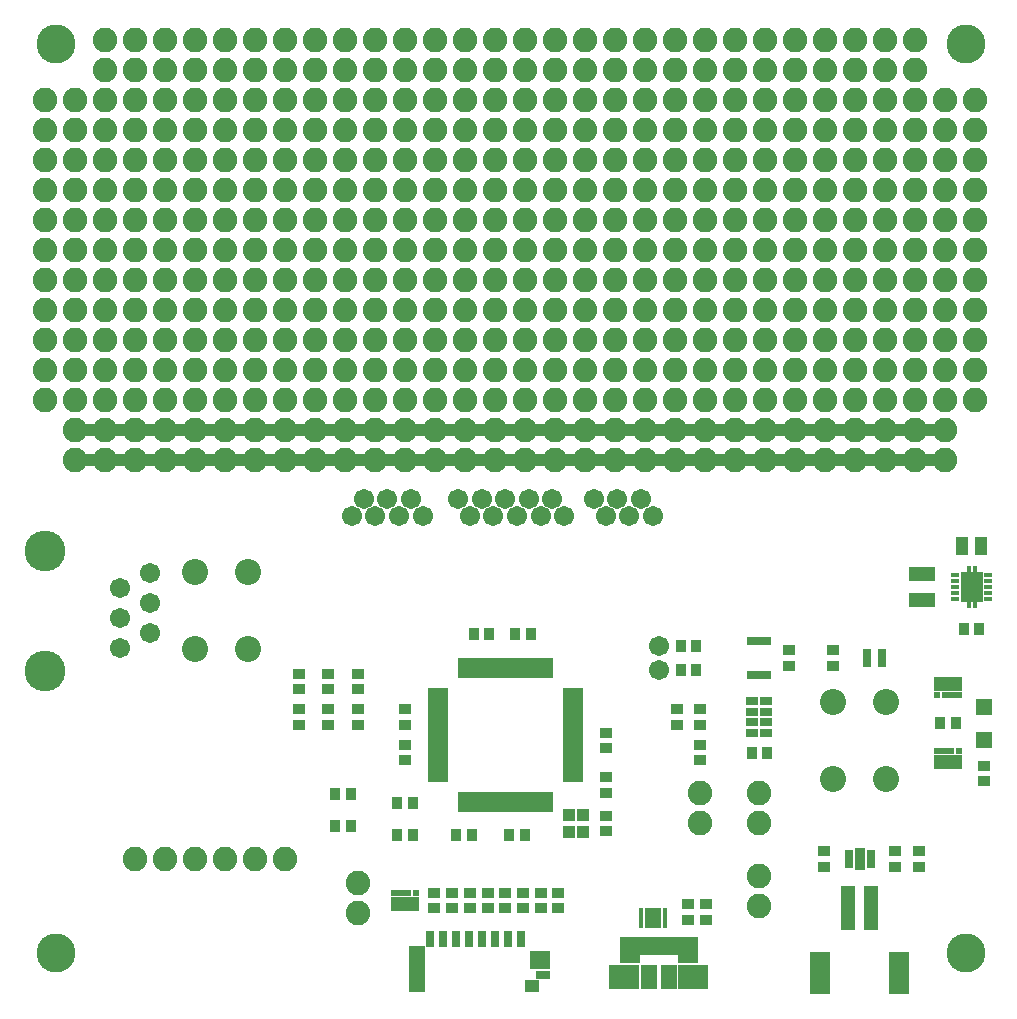
<source format=gts>
G04*
G04 #@! TF.GenerationSoftware,Altium Limited,CircuitStudio,1.5.1 (13)*
G04*
G04 Layer_Color=20142*
%FSLAX25Y25*%
%MOIN*%
G70*
G01*
G75*
%ADD44C,0.03937*%
%ADD64R,0.03950X0.04343*%
%ADD65R,0.05524X0.05524*%
%ADD66R,0.03162X0.01981*%
%ADD67R,0.01981X0.06706*%
%ADD68R,0.06706X0.01981*%
%ADD69R,0.01784X0.02769*%
%ADD70R,0.07296X0.10249*%
%ADD71R,0.03162X0.01745*%
%ADD72R,0.04343X0.03556*%
%ADD73R,0.03950X0.02769*%
%ADD74R,0.04737X0.14579*%
%ADD75R,0.06706X0.14186*%
%ADD76R,0.02572X0.03261*%
%ADD77R,0.01784X0.03261*%
%ADD78R,0.02572X0.01981*%
%ADD79R,0.03556X0.07493*%
%ADD80R,0.01981X0.02572*%
%ADD81R,0.09068X0.04737*%
%ADD82R,0.03556X0.04343*%
%ADD83R,0.03950X0.05918*%
%ADD84R,0.09461X0.04540*%
%ADD85R,0.07001X0.01981*%
%ADD86R,0.02178X0.01981*%
%ADD87R,0.06509X0.06312*%
%ADD88R,0.05524X0.15721*%
%ADD89R,0.03162X0.05721*%
%ADD90R,0.04540X0.04147*%
%ADD91R,0.04737X0.03162*%
%ADD92R,0.06607X0.09068*%
%ADD93R,0.02572X0.06233*%
%ADD94R,0.10150X0.08280*%
%ADD95R,0.05426X0.08280*%
%ADD96C,0.06706*%
%ADD97C,0.13595*%
%ADD98C,0.08200*%
%ADD99C,0.13005*%
%ADD100C,0.08674*%
D44*
X415512Y574016D02*
X705512D01*
X415512Y584016D02*
X705512D01*
D64*
X580315Y449803D02*
D03*
Y455709D02*
D03*
X585039D02*
D03*
Y449803D02*
D03*
D65*
X718504Y491732D02*
D03*
Y480709D02*
D03*
D66*
X684646Y509842D02*
D03*
Y505905D02*
D03*
Y507874D02*
D03*
X679528Y509842D02*
D03*
Y507874D02*
D03*
Y505905D02*
D03*
D67*
X544291Y504724D02*
D03*
X546260D02*
D03*
X548228D02*
D03*
X550197D02*
D03*
X552165D02*
D03*
X554134D02*
D03*
X556102D02*
D03*
X558071D02*
D03*
X560039D02*
D03*
X562008D02*
D03*
X563976D02*
D03*
X565945D02*
D03*
X567913D02*
D03*
X569882D02*
D03*
X571850D02*
D03*
X573819D02*
D03*
X544291Y459842D02*
D03*
X546260D02*
D03*
X548228D02*
D03*
X550197D02*
D03*
X552165D02*
D03*
X554134D02*
D03*
X556102D02*
D03*
X558071D02*
D03*
X560039D02*
D03*
X562008D02*
D03*
X563976D02*
D03*
X565945D02*
D03*
X567913D02*
D03*
X569882D02*
D03*
X571850D02*
D03*
X573819D02*
D03*
D68*
X581496Y497047D02*
D03*
Y495079D02*
D03*
Y493110D02*
D03*
Y491142D02*
D03*
Y489173D02*
D03*
Y487205D02*
D03*
Y485236D02*
D03*
Y483268D02*
D03*
Y481299D02*
D03*
Y479331D02*
D03*
Y477362D02*
D03*
Y475394D02*
D03*
Y473425D02*
D03*
Y471457D02*
D03*
Y469488D02*
D03*
Y467520D02*
D03*
X536614D02*
D03*
Y469488D02*
D03*
Y471457D02*
D03*
Y473425D02*
D03*
Y475394D02*
D03*
Y477362D02*
D03*
Y479331D02*
D03*
Y481299D02*
D03*
Y483268D02*
D03*
Y485236D02*
D03*
Y487205D02*
D03*
Y489173D02*
D03*
Y491142D02*
D03*
Y493110D02*
D03*
Y495079D02*
D03*
Y497047D02*
D03*
D69*
X715551Y525787D02*
D03*
X713583D02*
D03*
X715551Y537205D02*
D03*
X713583D02*
D03*
D70*
X714567Y531496D02*
D03*
D71*
X720079Y535433D02*
D03*
Y533465D02*
D03*
Y531496D02*
D03*
Y529528D02*
D03*
Y527559D02*
D03*
X709055D02*
D03*
Y529528D02*
D03*
Y531496D02*
D03*
Y533465D02*
D03*
Y535433D02*
D03*
D72*
X509842Y485630D02*
D03*
Y490748D02*
D03*
X500000Y485630D02*
D03*
Y490748D02*
D03*
X490158Y485630D02*
D03*
Y490748D02*
D03*
X668307Y505315D02*
D03*
Y510433D02*
D03*
X592520Y468110D02*
D03*
Y462992D02*
D03*
X576772Y424606D02*
D03*
Y429724D02*
D03*
X570866Y424606D02*
D03*
Y429724D02*
D03*
X535433Y424606D02*
D03*
Y429724D02*
D03*
X564961Y424606D02*
D03*
Y429724D02*
D03*
X559055Y424606D02*
D03*
Y429724D02*
D03*
X541339Y424606D02*
D03*
Y429724D02*
D03*
X525591Y473819D02*
D03*
Y478937D02*
D03*
X625984Y425787D02*
D03*
Y420669D02*
D03*
X696850Y443504D02*
D03*
Y438386D02*
D03*
X624016Y478937D02*
D03*
Y473819D02*
D03*
Y490748D02*
D03*
Y485630D02*
D03*
X718504Y466929D02*
D03*
Y472047D02*
D03*
X509842Y497441D02*
D03*
Y502559D02*
D03*
X500000Y497441D02*
D03*
Y502559D02*
D03*
X490158Y497441D02*
D03*
Y502559D02*
D03*
X653543Y505315D02*
D03*
Y510433D02*
D03*
X620079Y420669D02*
D03*
Y425787D02*
D03*
X547244Y429724D02*
D03*
Y424606D02*
D03*
X553150Y429724D02*
D03*
Y424606D02*
D03*
X592520Y477756D02*
D03*
Y482874D02*
D03*
X525591Y490748D02*
D03*
Y485630D02*
D03*
X592520Y450197D02*
D03*
Y455315D02*
D03*
X665354Y438386D02*
D03*
Y443504D02*
D03*
X688976Y438386D02*
D03*
Y443504D02*
D03*
X616142Y485630D02*
D03*
Y490748D02*
D03*
D73*
X641339Y493504D02*
D03*
Y489961D02*
D03*
Y486417D02*
D03*
Y482874D02*
D03*
X646063D02*
D03*
Y486417D02*
D03*
Y489961D02*
D03*
Y493504D02*
D03*
D74*
X681102Y424606D02*
D03*
X673228D02*
D03*
D75*
X690354Y402756D02*
D03*
X663976D02*
D03*
D76*
X608268Y422784D02*
D03*
Y419685D02*
D03*
D77*
X604331Y419736D02*
D03*
X606299D02*
D03*
X610236D02*
D03*
X612205D02*
D03*
Y422784D02*
D03*
X610236D02*
D03*
X606299D02*
D03*
X604331D02*
D03*
D78*
X673524Y442913D02*
D03*
Y440945D02*
D03*
Y438976D02*
D03*
X680807D02*
D03*
Y440945D02*
D03*
Y442913D02*
D03*
D79*
X677165Y440945D02*
D03*
D80*
X640748Y502264D02*
D03*
Y513484D02*
D03*
X646654Y502264D02*
D03*
X644685D02*
D03*
X642717D02*
D03*
Y513484D02*
D03*
X644685D02*
D03*
X646654D02*
D03*
D81*
X697835Y535827D02*
D03*
Y527165D02*
D03*
D82*
X617520Y511811D02*
D03*
X622638D02*
D03*
X617520Y503937D02*
D03*
X622638D02*
D03*
X507480Y451772D02*
D03*
X502362D02*
D03*
X507480Y462598D02*
D03*
X502362D02*
D03*
X709252Y486221D02*
D03*
X704134D02*
D03*
X528150Y459646D02*
D03*
X523032D02*
D03*
X712008Y517717D02*
D03*
X717126D02*
D03*
X560433Y448819D02*
D03*
X565551D02*
D03*
X542717Y448819D02*
D03*
X547835D02*
D03*
X567520Y515748D02*
D03*
X562402D02*
D03*
X553740Y515748D02*
D03*
X548622D02*
D03*
X646260Y476378D02*
D03*
X641142D02*
D03*
X528150Y448819D02*
D03*
X523032D02*
D03*
D83*
X711417Y545276D02*
D03*
X717717D02*
D03*
D84*
X525591Y425886D02*
D03*
X706693Y473130D02*
D03*
Y499311D02*
D03*
D85*
X524366Y429724D02*
D03*
X705469Y476968D02*
D03*
X707917Y495472D02*
D03*
D86*
X529232Y429724D02*
D03*
X710335Y476968D02*
D03*
X703051Y495472D02*
D03*
D87*
X570768Y407283D02*
D03*
D88*
X529528Y404311D02*
D03*
D89*
X534055Y414075D02*
D03*
X538386D02*
D03*
X542717D02*
D03*
X547047D02*
D03*
X551378D02*
D03*
X555709D02*
D03*
X560039D02*
D03*
X564370D02*
D03*
D90*
X568012Y398524D02*
D03*
D91*
X571654Y402362D02*
D03*
D92*
X619931Y410630D02*
D03*
X600541D02*
D03*
D93*
X615354Y412008D02*
D03*
X612795D02*
D03*
X610236D02*
D03*
X607677D02*
D03*
X605118D02*
D03*
D94*
X598721Y401575D02*
D03*
X621752D02*
D03*
D95*
X606890D02*
D03*
X613583D02*
D03*
D96*
X610236Y503937D02*
D03*
Y511811D02*
D03*
X543307Y561024D02*
D03*
X547244Y555118D02*
D03*
X551181Y561024D02*
D03*
X555118Y555118D02*
D03*
X559055Y561024D02*
D03*
X562992Y555118D02*
D03*
X566929Y561024D02*
D03*
X570866Y555118D02*
D03*
X574803Y561024D02*
D03*
X578740Y555118D02*
D03*
X507874Y555118D02*
D03*
X511811Y561024D02*
D03*
X515748Y555118D02*
D03*
X519685Y561024D02*
D03*
X523622Y555118D02*
D03*
X527559Y561024D02*
D03*
X531496Y555118D02*
D03*
X608268Y555118D02*
D03*
X604331Y561024D02*
D03*
X600394Y555118D02*
D03*
X596457Y561024D02*
D03*
X592520Y555118D02*
D03*
X588583Y561024D02*
D03*
X430512Y511122D02*
D03*
X440512Y516122D02*
D03*
X430512Y521122D02*
D03*
X440512Y526122D02*
D03*
X430512Y531122D02*
D03*
X440512Y536122D02*
D03*
D97*
X405512Y503622D02*
D03*
Y543622D02*
D03*
D98*
X615512Y574016D02*
D03*
X605512D02*
D03*
X595512D02*
D03*
X585512D02*
D03*
X575512D02*
D03*
X565512D02*
D03*
X555512D02*
D03*
X545512D02*
D03*
X465512D02*
D03*
X475512D02*
D03*
X485512D02*
D03*
X495512D02*
D03*
X505512D02*
D03*
X515512D02*
D03*
X525512D02*
D03*
X535512D02*
D03*
X455512D02*
D03*
X445512D02*
D03*
X435512D02*
D03*
X425512D02*
D03*
X415512D02*
D03*
Y584016D02*
D03*
X425512D02*
D03*
X435512D02*
D03*
X445512D02*
D03*
X455512D02*
D03*
X535512D02*
D03*
X525512D02*
D03*
X515512D02*
D03*
X505512D02*
D03*
X495512D02*
D03*
X485512D02*
D03*
X475512D02*
D03*
X465512D02*
D03*
X545512D02*
D03*
X555512D02*
D03*
X565512D02*
D03*
X575512D02*
D03*
X585512D02*
D03*
X595512D02*
D03*
X605512D02*
D03*
X615512D02*
D03*
Y624016D02*
D03*
X605512D02*
D03*
X595512D02*
D03*
X585512D02*
D03*
X575512D02*
D03*
X565512D02*
D03*
X555512D02*
D03*
X545512D02*
D03*
X465512D02*
D03*
X475512D02*
D03*
X485512D02*
D03*
X495512D02*
D03*
X505512D02*
D03*
X515512D02*
D03*
X525512D02*
D03*
X535512D02*
D03*
X455512D02*
D03*
X445512D02*
D03*
X435512D02*
D03*
X425512D02*
D03*
X415512D02*
D03*
Y614016D02*
D03*
X425512D02*
D03*
X435512D02*
D03*
X445512D02*
D03*
X455512D02*
D03*
X535512D02*
D03*
X525512D02*
D03*
X515512D02*
D03*
X505512D02*
D03*
X495512D02*
D03*
X485512D02*
D03*
X475512D02*
D03*
X465512D02*
D03*
X545512D02*
D03*
X555512D02*
D03*
X565512D02*
D03*
X575512D02*
D03*
X585512D02*
D03*
X595512D02*
D03*
X605512D02*
D03*
X615512D02*
D03*
X625512D02*
D03*
Y624016D02*
D03*
Y584016D02*
D03*
Y574016D02*
D03*
X405512Y614016D02*
D03*
Y624016D02*
D03*
X685512D02*
D03*
Y614016D02*
D03*
X675512D02*
D03*
X665512D02*
D03*
X655512D02*
D03*
X645512D02*
D03*
X635512D02*
D03*
Y624016D02*
D03*
X645512D02*
D03*
X655512D02*
D03*
X665512D02*
D03*
X675512D02*
D03*
X715512Y614016D02*
D03*
X705512D02*
D03*
X695512D02*
D03*
Y624016D02*
D03*
X705512D02*
D03*
X715512D02*
D03*
Y684016D02*
D03*
X705512D02*
D03*
X695512D02*
D03*
Y634016D02*
D03*
X705512D02*
D03*
X715512D02*
D03*
X675512Y684016D02*
D03*
X665512D02*
D03*
X655512D02*
D03*
X645512D02*
D03*
X635512D02*
D03*
Y634016D02*
D03*
X645512D02*
D03*
X655512D02*
D03*
X665512D02*
D03*
X675512D02*
D03*
X685512D02*
D03*
Y684016D02*
D03*
X405512D02*
D03*
Y634016D02*
D03*
X625512Y684016D02*
D03*
Y634016D02*
D03*
X615512D02*
D03*
X605512D02*
D03*
X595512D02*
D03*
X585512D02*
D03*
X575512D02*
D03*
X565512D02*
D03*
X555512D02*
D03*
X545512D02*
D03*
X465512D02*
D03*
X475512D02*
D03*
X485512D02*
D03*
X495512D02*
D03*
X505512D02*
D03*
X515512D02*
D03*
X525512D02*
D03*
X535512D02*
D03*
X455512D02*
D03*
X445512D02*
D03*
X435512D02*
D03*
X425512D02*
D03*
X415512D02*
D03*
Y684016D02*
D03*
X425512D02*
D03*
X435512D02*
D03*
X445512D02*
D03*
X455512D02*
D03*
X535512D02*
D03*
X525512D02*
D03*
X515512D02*
D03*
X505512D02*
D03*
X495512D02*
D03*
X485512D02*
D03*
X475512D02*
D03*
X465512D02*
D03*
X545512D02*
D03*
X555512D02*
D03*
X565512D02*
D03*
X575512D02*
D03*
X585512D02*
D03*
X595512D02*
D03*
X605512D02*
D03*
X615512D02*
D03*
X695512Y704016D02*
D03*
Y694016D02*
D03*
X705512D02*
D03*
X715512D02*
D03*
X675512Y704016D02*
D03*
X665512D02*
D03*
X655512D02*
D03*
X645512D02*
D03*
X635512D02*
D03*
Y694016D02*
D03*
X645512D02*
D03*
X655512D02*
D03*
X665512D02*
D03*
X675512D02*
D03*
X685512D02*
D03*
Y704016D02*
D03*
X405512Y694016D02*
D03*
X625512Y704016D02*
D03*
Y694016D02*
D03*
X615512D02*
D03*
X605512D02*
D03*
X595512D02*
D03*
X585512D02*
D03*
X575512D02*
D03*
X565512D02*
D03*
X555512D02*
D03*
X545512D02*
D03*
X465512D02*
D03*
X475512D02*
D03*
X485512D02*
D03*
X495512D02*
D03*
X505512D02*
D03*
X515512D02*
D03*
X525512D02*
D03*
X535512D02*
D03*
X455512D02*
D03*
X445512D02*
D03*
X435512D02*
D03*
X425512D02*
D03*
X415512D02*
D03*
X425512Y704016D02*
D03*
X435512D02*
D03*
X445512D02*
D03*
X455512D02*
D03*
X535512D02*
D03*
X525512D02*
D03*
X515512D02*
D03*
X505512D02*
D03*
X495512D02*
D03*
X485512D02*
D03*
X475512D02*
D03*
X465512D02*
D03*
X545512D02*
D03*
X555512D02*
D03*
X565512D02*
D03*
X575512D02*
D03*
X585512D02*
D03*
X595512D02*
D03*
X605512D02*
D03*
X615512D02*
D03*
X715512Y604016D02*
D03*
X705512D02*
D03*
X695512D02*
D03*
Y594016D02*
D03*
X705512D02*
D03*
X715512D02*
D03*
X675512Y604016D02*
D03*
X665512D02*
D03*
X655512D02*
D03*
X645512D02*
D03*
X635512D02*
D03*
Y594016D02*
D03*
X645512D02*
D03*
X655512D02*
D03*
X665512D02*
D03*
X675512D02*
D03*
X685512D02*
D03*
Y604016D02*
D03*
X405512D02*
D03*
Y594016D02*
D03*
X625512Y604016D02*
D03*
Y594016D02*
D03*
X615512D02*
D03*
X605512D02*
D03*
X595512D02*
D03*
X585512D02*
D03*
X575512D02*
D03*
X565512D02*
D03*
X555512D02*
D03*
X545512D02*
D03*
X465512D02*
D03*
X475512D02*
D03*
X485512D02*
D03*
X495512D02*
D03*
X505512D02*
D03*
X515512D02*
D03*
X525512D02*
D03*
X535512D02*
D03*
X455512D02*
D03*
X445512D02*
D03*
X435512D02*
D03*
X425512D02*
D03*
X415512D02*
D03*
Y604016D02*
D03*
X425512D02*
D03*
X435512D02*
D03*
X445512D02*
D03*
X455512D02*
D03*
X535512D02*
D03*
X525512D02*
D03*
X515512D02*
D03*
X505512D02*
D03*
X495512D02*
D03*
X485512D02*
D03*
X475512D02*
D03*
X465512D02*
D03*
X545512D02*
D03*
X555512D02*
D03*
X565512D02*
D03*
X575512D02*
D03*
X585512D02*
D03*
X595512D02*
D03*
X605512D02*
D03*
X615512D02*
D03*
X695512Y714016D02*
D03*
X635512D02*
D03*
X645512D02*
D03*
X655512D02*
D03*
X665512D02*
D03*
X675512D02*
D03*
X685512D02*
D03*
X625512D02*
D03*
X615512D02*
D03*
X605512D02*
D03*
X595512D02*
D03*
X585512D02*
D03*
X575512D02*
D03*
X565512D02*
D03*
X555512D02*
D03*
X545512D02*
D03*
X465512D02*
D03*
X475512D02*
D03*
X485512D02*
D03*
X495512D02*
D03*
X505512D02*
D03*
X515512D02*
D03*
X525512D02*
D03*
X535512D02*
D03*
X455512D02*
D03*
X445512D02*
D03*
X435512D02*
D03*
X425512D02*
D03*
X695512Y584016D02*
D03*
X685512D02*
D03*
X675512D02*
D03*
X665512D02*
D03*
X655512D02*
D03*
X645512D02*
D03*
X635512D02*
D03*
Y574016D02*
D03*
X645512D02*
D03*
X655512D02*
D03*
X665512D02*
D03*
X675512D02*
D03*
X685512D02*
D03*
X695512D02*
D03*
X705512D02*
D03*
Y584016D02*
D03*
X415512Y674016D02*
D03*
X425512D02*
D03*
X435512D02*
D03*
X445512D02*
D03*
X455512D02*
D03*
X535512D02*
D03*
X525512D02*
D03*
X515512D02*
D03*
X505512D02*
D03*
X495512D02*
D03*
X485512D02*
D03*
X475512D02*
D03*
X465512D02*
D03*
X545512D02*
D03*
X555512D02*
D03*
X565512D02*
D03*
X575512D02*
D03*
X585512D02*
D03*
X595512D02*
D03*
X605512D02*
D03*
X615512D02*
D03*
X625512D02*
D03*
X405512D02*
D03*
X685512D02*
D03*
X675512D02*
D03*
X665512D02*
D03*
X655512D02*
D03*
X645512D02*
D03*
X635512D02*
D03*
X715512D02*
D03*
X705512D02*
D03*
X695512D02*
D03*
X715512Y664016D02*
D03*
X705512D02*
D03*
X695512D02*
D03*
Y654016D02*
D03*
X705512D02*
D03*
X715512D02*
D03*
X675512Y664016D02*
D03*
X665512D02*
D03*
X655512D02*
D03*
X645512D02*
D03*
X635512D02*
D03*
Y654016D02*
D03*
X645512D02*
D03*
X655512D02*
D03*
X665512D02*
D03*
X675512D02*
D03*
X685512D02*
D03*
Y664016D02*
D03*
X405512D02*
D03*
Y654016D02*
D03*
X625512Y664016D02*
D03*
Y654016D02*
D03*
X615512D02*
D03*
X605512D02*
D03*
X595512D02*
D03*
X585512D02*
D03*
X575512D02*
D03*
X565512D02*
D03*
X555512D02*
D03*
X545512D02*
D03*
X465512D02*
D03*
X475512D02*
D03*
X485512D02*
D03*
X495512D02*
D03*
X505512D02*
D03*
X515512D02*
D03*
X525512D02*
D03*
X535512D02*
D03*
X455512D02*
D03*
X445512D02*
D03*
X435512D02*
D03*
X425512D02*
D03*
X415512D02*
D03*
Y664016D02*
D03*
X425512D02*
D03*
X435512D02*
D03*
X445512D02*
D03*
X455512D02*
D03*
X535512D02*
D03*
X525512D02*
D03*
X515512D02*
D03*
X505512D02*
D03*
X495512D02*
D03*
X485512D02*
D03*
X475512D02*
D03*
X465512D02*
D03*
X545512D02*
D03*
X555512D02*
D03*
X565512D02*
D03*
X575512D02*
D03*
X585512D02*
D03*
X595512D02*
D03*
X605512D02*
D03*
X615512D02*
D03*
X415512Y644016D02*
D03*
X425512D02*
D03*
X435512D02*
D03*
X445512D02*
D03*
X455512D02*
D03*
X535512D02*
D03*
X525512D02*
D03*
X515512D02*
D03*
X505512D02*
D03*
X495512D02*
D03*
X485512D02*
D03*
X475512D02*
D03*
X465512D02*
D03*
X545512D02*
D03*
X555512D02*
D03*
X565512D02*
D03*
X575512D02*
D03*
X585512D02*
D03*
X595512D02*
D03*
X605512D02*
D03*
X615512D02*
D03*
X625512D02*
D03*
X405512D02*
D03*
X685512D02*
D03*
X675512D02*
D03*
X665512D02*
D03*
X655512D02*
D03*
X645512D02*
D03*
X635512D02*
D03*
X715512D02*
D03*
X705512D02*
D03*
X695512D02*
D03*
X643701Y435197D02*
D03*
Y425197D02*
D03*
X624016Y462756D02*
D03*
Y452756D02*
D03*
X643701Y462756D02*
D03*
Y452756D02*
D03*
X509842Y423071D02*
D03*
Y433071D02*
D03*
X435630Y440945D02*
D03*
X445630D02*
D03*
X455630D02*
D03*
X465630D02*
D03*
X475630D02*
D03*
X485630D02*
D03*
D99*
X409449Y409449D02*
D03*
X712598D02*
D03*
X712598Y712598D02*
D03*
X409449D02*
D03*
D100*
X668307Y467520D02*
D03*
Y493110D02*
D03*
X686024D02*
D03*
Y467520D02*
D03*
X473425Y536417D02*
D03*
Y510827D02*
D03*
X455709D02*
D03*
Y536417D02*
D03*
M02*

</source>
